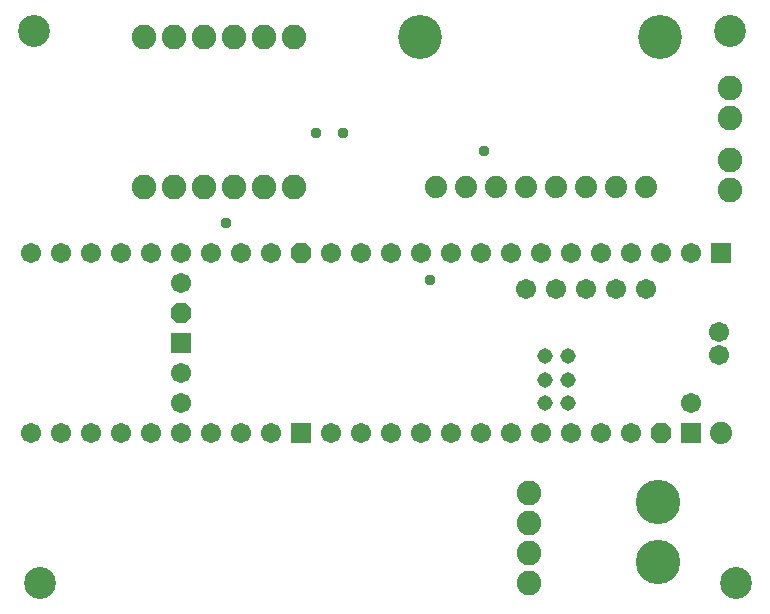
<source format=gbr>
G04 EAGLE Gerber RS-274X export*
G75*
%MOMM*%
%FSLAX34Y34*%
%LPD*%
%INSoldermask Top*%
%IPPOS*%
%AMOC8*
5,1,8,0,0,1.08239X$1,22.5*%
G01*
%ADD10C,2.703200*%
%ADD11R,1.711200X1.711200*%
%ADD12C,1.879600*%
%ADD13P,1.852186X8X292.500000*%
%ADD14C,1.711200*%
%ADD15C,1.311200*%
%ADD16C,3.719200*%
%ADD17C,2.082800*%
%ADD18C,3.759200*%
%ADD19C,0.959600*%


D10*
X182880Y911860D03*
X187960Y444500D03*
X772160Y911860D03*
X777240Y444500D03*
D11*
X764540Y723900D03*
X307340Y647700D03*
X739140Y571500D03*
D12*
X764540Y571500D03*
D13*
X713740Y571500D03*
X307340Y673100D03*
D14*
X307340Y698500D03*
X307340Y622300D03*
X307340Y596900D03*
X434340Y571500D03*
X434340Y723900D03*
X739140Y723900D03*
X713740Y723900D03*
X688340Y723900D03*
X662940Y723900D03*
X637540Y723900D03*
X612140Y723900D03*
X586740Y723900D03*
X561340Y723900D03*
X535940Y723900D03*
X510540Y723900D03*
X485140Y723900D03*
X459740Y723900D03*
X739140Y596900D03*
X459740Y571500D03*
X485140Y571500D03*
X510540Y571500D03*
X535940Y571500D03*
X561340Y571500D03*
X586740Y571500D03*
X612140Y571500D03*
X637540Y571500D03*
X662940Y571500D03*
X688340Y571500D03*
D13*
X408940Y723900D03*
D14*
X358140Y723900D03*
X332740Y723900D03*
X307340Y723900D03*
X281940Y723900D03*
X256540Y723900D03*
X231140Y723900D03*
X205740Y723900D03*
X180340Y723900D03*
X383540Y571500D03*
X358140Y571500D03*
X332740Y571500D03*
X307340Y571500D03*
X281940Y571500D03*
X256540Y571500D03*
X231140Y571500D03*
X205740Y571500D03*
X180340Y571500D03*
X701040Y693900D03*
X675640Y693900D03*
X650240Y693900D03*
X624840Y693900D03*
X599440Y693900D03*
X383540Y723900D03*
D11*
X408940Y571500D03*
D14*
X762240Y637700D03*
X762240Y657700D03*
D15*
X634840Y596900D03*
X634840Y616900D03*
X634840Y636900D03*
X614840Y596900D03*
X614840Y616900D03*
X614840Y636900D03*
D12*
X522986Y780288D03*
X548386Y780288D03*
X573786Y780288D03*
X599186Y780288D03*
X624586Y780288D03*
X649986Y780288D03*
X675386Y780288D03*
X700786Y780288D03*
D16*
X509016Y907288D03*
X712216Y907288D03*
D17*
X601980Y520700D03*
X601980Y495300D03*
X601980Y469900D03*
X601980Y444500D03*
X772160Y777240D03*
X772160Y802640D03*
X275844Y906907D03*
X301244Y906907D03*
X326644Y906907D03*
X352044Y906907D03*
X377444Y906907D03*
X402844Y906907D03*
X276098Y779907D03*
X301498Y779907D03*
X326898Y779907D03*
X352298Y779907D03*
X377698Y779907D03*
X403098Y779907D03*
X772160Y863600D03*
X772160Y838200D03*
D18*
X711200Y462280D03*
X711200Y513080D03*
D19*
X345440Y749300D03*
X518160Y701040D03*
X563880Y810260D03*
X421640Y825500D03*
X444500Y825500D03*
M02*

</source>
